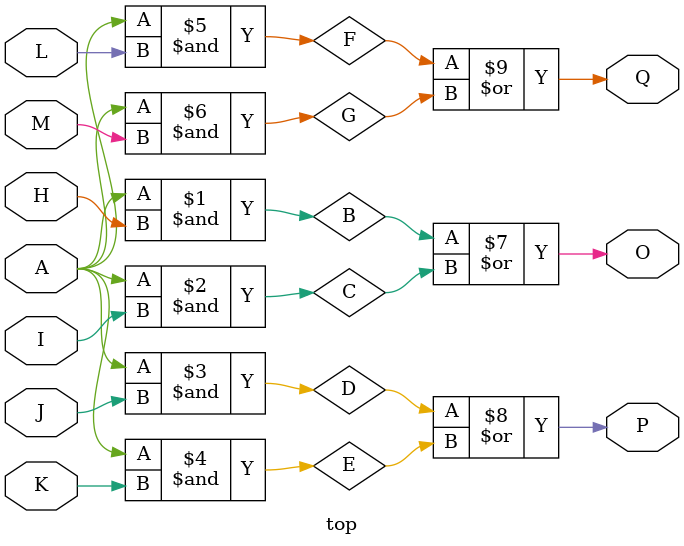
<source format=v>
module top(A, H, I, J, K, L, M, O, P, Q);
input  A, H, I, J, K, L, M;
output O ,P, Q;
wire B, C, D, E, F, G;

assign B = A & H;
assign C = A & I;
assign D = A & J;
assign E = A & K;
assign F = A & L;
assign G = A & M;

assign O = B | C;
assign P = D | E;
assign Q = F | G;


endmodule

</source>
